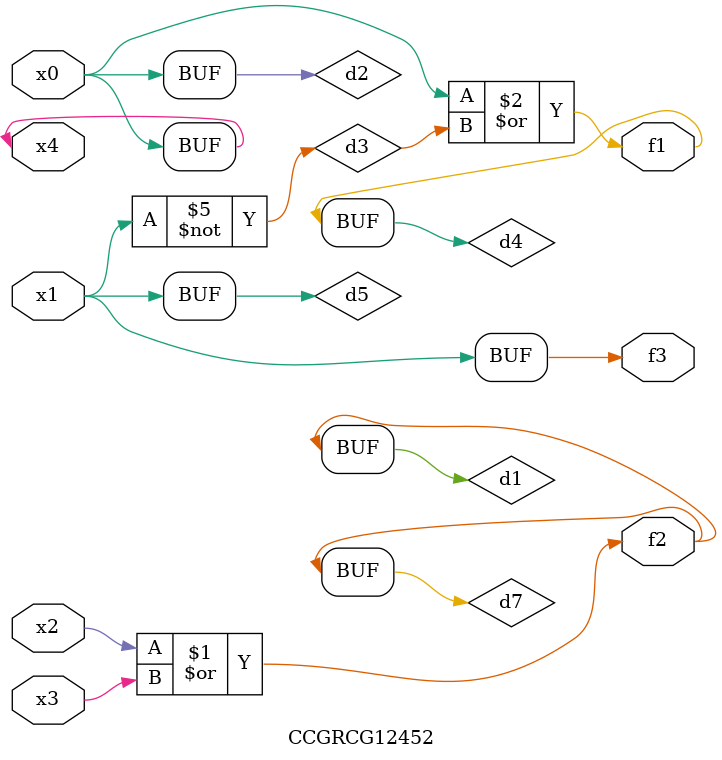
<source format=v>
module CCGRCG12452(
	input x0, x1, x2, x3, x4,
	output f1, f2, f3
);

	wire d1, d2, d3, d4, d5, d6, d7;

	or (d1, x2, x3);
	buf (d2, x0, x4);
	not (d3, x1);
	or (d4, d2, d3);
	not (d5, d3);
	nand (d6, d1, d3);
	or (d7, d1);
	assign f1 = d4;
	assign f2 = d7;
	assign f3 = d5;
endmodule

</source>
